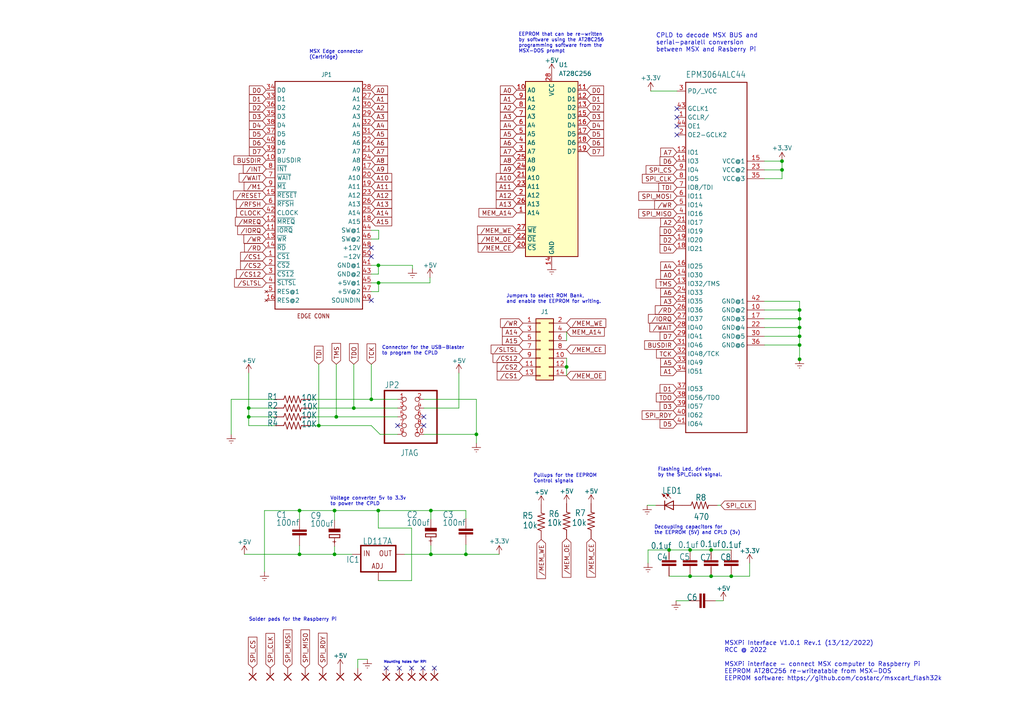
<source format=kicad_sch>
(kicad_sch (version 20211123) (generator eeschema)
  (paper "A4")
  (title_block (title "MSXPi") (date "2022-11-17") (rev "1.0.1") (company "RCC") (comment 1 "Interface to connect MSX computers to Raspberry Pi"))
  (lib_symbols
    (symbol "Connector_Generic:Conn_02x07_Odd_Even" (pin_names (offset 1.016) hide)
      (property "Reference" "J" (at 1.27 10.16 0))
      (property "Value" "Conn_02x07_Odd_Even" (at 1.27 -10.16 0))
      (symbol "Conn_02x07_Odd_Even_1_1"
        (pin passive line (at -5.08 7.62 0) (length 3.81) (name "Pin_1") (number "1"))
        (pin passive line (at 7.62 -2.54 180) (length 3.81) (name "Pin_10") (number "10"))
        (pin passive line (at -5.08 -5.08 0) (length 3.81) (name "Pin_11") (number "11"))
        (pin passive line (at 7.62 -5.08 180) (length 3.81) (name "Pin_12") (number "12"))
        (pin passive line (at -5.08 -7.62 0) (length 3.81) (name "Pin_13") (number "13"))
        (pin passive line (at 7.62 -7.62 180) (length 3.81) (name "Pin_14") (number "14"))
        (pin passive line (at 7.62 7.62 180) (length 3.81) (name "Pin_2") (number "2"))
        (pin passive line (at -5.08 5.08 0) (length 3.81) (name "Pin_3") (number "3"))
        (pin passive line (at 7.62 5.08 180) (length 3.81) (name "Pin_4") (number "4"))
        (pin passive line (at -5.08 2.54 0) (length 3.81) (name "Pin_5") (number "5"))
        (pin passive line (at 7.62 2.54 180) (length 3.81) (name "Pin_6") (number "6"))
        (pin passive line (at -5.08 0 0) (length 3.81) (name "Pin_7") (number "7"))
        (pin passive line (at 7.62 0 180) (length 3.81) (name "Pin_8") (number "8"))
        (pin passive line (at -5.08 -2.54 0) (length 3.81) (name "Pin_9") (number "9"))
      )
    )
    (symbol "Memory_EEPROM:28C256"
      (property "Reference" "U" (at -7.62 26.67 0))
      (property "Value" "28C256" (at 2.54 -26.67 0))
      (symbol "28C256_1_1"
        (pin input line (at -10.16 -12.7 0) (length 2.54) (name "A14") (number "1"))
        (pin input line (at -10.16 22.86 0) (length 2.54) (name "A0") (number "10"))
        (pin tri_state line (at 10.16 22.86 180) (length 2.54) (name "D0") (number "11"))
        (pin tri_state line (at 10.16 20.32 180) (length 2.54) (name "D1") (number "12"))
        (pin tri_state line (at 10.16 17.78 180) (length 2.54) (name "D2") (number "13"))
        (pin power_in line (at 0 -27.94 90) (length 2.54) (name "GND") (number "14"))
        (pin tri_state line (at 10.16 15.24 180) (length 2.54) (name "D3") (number "15"))
        (pin tri_state line (at 10.16 12.7 180) (length 2.54) (name "D4") (number "16"))
        (pin tri_state line (at 10.16 10.16 180) (length 2.54) (name "D5") (number "17"))
        (pin tri_state line (at 10.16 7.62 180) (length 2.54) (name "D6") (number "18"))
        (pin tri_state line (at 10.16 5.08 180) (length 2.54) (name "D7") (number "19"))
        (pin input line (at -10.16 -7.62 0) (length 2.54) (name "A12") (number "2"))
        (pin input line (at -10.16 -22.86 0) (length 2.54) (name "~{CS}") (number "20"))
        (pin input line (at -10.16 -2.54 0) (length 2.54) (name "A10") (number "21"))
        (pin input line (at -10.16 -20.32 0) (length 2.54) (name "~{OE}") (number "22"))
        (pin input line (at -10.16 -5.08 0) (length 2.54) (name "A11") (number "23"))
        (pin input line (at -10.16 0 0) (length 2.54) (name "A9") (number "24"))
        (pin input line (at -10.16 2.54 0) (length 2.54) (name "A8") (number "25"))
        (pin input line (at -10.16 -10.16 0) (length 2.54) (name "A13") (number "26"))
        (pin input line (at -10.16 -17.78 0) (length 2.54) (name "~{WE}") (number "27"))
        (pin power_in line (at 0 27.94 270) (length 2.54) (name "VCC") (number "28"))
        (pin input line (at -10.16 5.08 0) (length 2.54) (name "A7") (number "3"))
        (pin input line (at -10.16 7.62 0) (length 2.54) (name "A6") (number "4"))
        (pin input line (at -10.16 10.16 0) (length 2.54) (name "A5") (number "5"))
        (pin input line (at -10.16 12.7 0) (length 2.54) (name "A4") (number "6"))
        (pin input line (at -10.16 15.24 0) (length 2.54) (name "A3") (number "7"))
        (pin input line (at -10.16 17.78 0) (length 2.54) (name "A2") (number "8"))
        (pin input line (at -10.16 20.32 0) (length 2.54) (name "A1") (number "9"))
      )
    )
    (symbol "msxpi-eagle-import:2,15{slash}1,0"
      (property "Reference" "PAD" (at -1.143 1.8542 0))
      (property "Value" "2,15{slash}1,0" (at -1.143 -3.302 0))
      (symbol "2,15{slash}1,0_1_0"
        (pin passive line (at 2.54 0 180) (length 2.54) (name "P") (number "1"))
      )
    )
    (symbol "msxpi-eagle-import:C2,5-3"
      (property "Reference" "C" (at 1.524 0.381 0))
      (property "Value" "C2,5-3" (at 1.524 -4.699 0))
      (symbol "C2,5-3_1_0"
        (pin passive line (at 0 2.54 270) (length 2.54) (name "1") (number "1"))
        (pin passive line (at 0 -5.08 90) (length 2.54) (name "2") (number "2"))
      )
    )
    (symbol "msxpi-eagle-import:CPOL-EUE2.5-5"
      (property "Reference" "C" (at 1.143 0.4826 0))
      (property "Value" "CPOL-EUE2.5-5" (at 1.143 -4.5974 0))
      (symbol "CPOL-EUE2.5-5_1_0"
        (text "+" (at -0.5842 0.4064 900) (effects (font (size 1.27 1.0795)) (justify left bottom)))
        (pin passive line (at 0 2.54 270) (length 2.54) (name "+") (number "+"))
        (pin passive line (at 0 -5.08 90) (length 2.54) (name "-") (number "-"))
      )
    )
    (symbol "msxpi-eagle-import:EPM3064S44"
      (property "Reference" "IC" (at -10.16 52.07 0))
      (property "Value" "EPM3064S44" (at -10.16 -53.34 0))
      (symbol "EPM3064S44_1_0"
        (pin input line (at -12.7 40.64 0) (length 2.54) (name "GCLR/") (number "1"))
        (pin bidirectional line (at 12.7 -15.24 180) (length 5.08) (name "GND@2") (number "10"))
        (pin bidirectional line (at -12.7 27.94 0) (length 2.54) (name "IO3") (number "11"))
        (pin bidirectional line (at -12.7 30.48 0) (length 2.54) (name "IO1") (number "12"))
        (pin bidirectional line (at -12.7 -7.62 0) (length 2.54) (name "IO32/TMS") (number "13"))
        (pin bidirectional line (at -12.7 -5.08 0) (length 2.54) (name "IO30") (number "14"))
        (pin bidirectional line (at 12.7 27.94 180) (length 5.08) (name "VCC@1") (number "15"))
        (pin bidirectional line (at -12.7 -2.54 0) (length 2.54) (name "IO25") (number "16"))
        (pin bidirectional line (at 12.7 -17.78 180) (length 5.08) (name "GND@3") (number "17"))
        (pin bidirectional line (at -12.7 2.54 0) (length 2.54) (name "IO21") (number "18"))
        (pin bidirectional line (at -12.7 5.08 0) (length 2.54) (name "IO20") (number "19"))
        (pin input line (at -12.7 35.56 0) (length 2.54) (name "OE2-GCLK2") (number "2"))
        (pin bidirectional line (at -12.7 7.62 0) (length 2.54) (name "IO19") (number "20"))
        (pin bidirectional line (at -12.7 10.16 0) (length 2.54) (name "IO17") (number "21"))
        (pin bidirectional line (at 12.7 -20.32 180) (length 5.08) (name "GND@4") (number "22"))
        (pin bidirectional line (at 12.7 25.4 180) (length 5.08) (name "VCC@2") (number "23"))
        (pin bidirectional line (at -12.7 -10.16 0) (length 2.54) (name "IO33") (number "24"))
        (pin bidirectional line (at -12.7 -12.7 0) (length 2.54) (name "IO35") (number "25"))
        (pin bidirectional line (at -12.7 -15.24 0) (length 2.54) (name "IO36") (number "26"))
        (pin bidirectional line (at -12.7 -17.78 0) (length 2.54) (name "IO37") (number "27"))
        (pin bidirectional line (at -12.7 -20.32 0) (length 2.54) (name "IO40") (number "28"))
        (pin bidirectional line (at -12.7 -22.86 0) (length 2.54) (name "IO41") (number "29"))
        (pin passive line (at -12.7 48.26 0) (length 2.54) (name "PD/_VCC") (number "3"))
        (pin bidirectional line (at 12.7 -22.86 180) (length 5.08) (name "GND@5") (number "30"))
        (pin bidirectional line (at -12.7 -25.4 0) (length 2.54) (name "IO46") (number "31"))
        (pin bidirectional line (at -12.7 -27.94 0) (length 2.54) (name "IO48/TCK") (number "32"))
        (pin bidirectional line (at -12.7 -30.48 0) (length 2.54) (name "IO49") (number "33"))
        (pin bidirectional line (at -12.7 -33.02 0) (length 2.54) (name "IO51") (number "34"))
        (pin bidirectional line (at 12.7 22.86 180) (length 5.08) (name "VCC@3") (number "35"))
        (pin bidirectional line (at 12.7 -25.4 180) (length 5.08) (name "GND@6") (number "36"))
        (pin bidirectional line (at -12.7 -38.1 0) (length 2.54) (name "IO53") (number "37"))
        (pin bidirectional line (at -12.7 -40.64 0) (length 2.54) (name "IO56/TDO") (number "38"))
        (pin bidirectional line (at -12.7 -43.18 0) (length 2.54) (name "IO57") (number "39"))
        (pin bidirectional line (at -12.7 12.7 0) (length 2.54) (name "IO16") (number "4"))
        (pin bidirectional line (at -12.7 -45.72 0) (length 2.54) (name "IO62") (number "40"))
        (pin bidirectional line (at -12.7 -48.26 0) (length 2.54) (name "IO64") (number "41"))
        (pin bidirectional line (at 12.7 -12.7 180) (length 5.08) (name "GND@1") (number "42"))
        (pin input line (at -12.7 43.18 0) (length 2.54) (name "GCLK1") (number "43"))
        (pin input line (at -12.7 38.1 0) (length 2.54) (name "OE1") (number "44"))
        (pin bidirectional line (at -12.7 15.24 0) (length 2.54) (name "IO14") (number "5"))
        (pin bidirectional line (at -12.7 17.78 0) (length 2.54) (name "IO11") (number "6"))
        (pin bidirectional line (at -12.7 20.32 0) (length 2.54) (name "IO8/TDI") (number "7"))
        (pin bidirectional line (at -12.7 22.86 0) (length 2.54) (name "IO5") (number "8"))
        (pin bidirectional line (at -12.7 25.4 0) (length 2.54) (name "IO4") (number "9"))
      )
    )
    (symbol "msxpi-eagle-import:LD117A?V"
      (property "Reference" "IC" (at 2.54 -7.62 0))
      (property "Value" "LD117A?V" (at 2.54 -10.16 0))
      (symbol "LD117A?V_1_0"
        (text "ADJ" (at -2.032 -4.318 0) (effects (font (size 1.524 1.2954)) (justify left bottom)))
        (text "IN" (at -4.445 -0.635 0) (effects (font (size 1.524 1.2954)) (justify left bottom)))
        (text "OUT" (at 0.127 -0.635 0) (effects (font (size 1.524 1.2954)) (justify left bottom)))
        (pin input line (at 0 -7.62 90) (length 2.54) (name "ADJ") (number "1"))
        (pin passive line (at 7.62 0 180) (length 2.54) (name "OUT") (number "2"))
        (pin input line (at -7.62 0 0) (length 2.54) (name "IN") (number "3"))
      )
    )
    (symbol "msxpi-eagle-import:LED3MM"
      (property "Reference" "LED" (at 3.556 -4.572 90))
      (property "Value" "LED3MM" (at 5.715 -4.572 90))
      (symbol "LED3MM_1_0"
        (pin passive line (at 0 2.54 270) (length 2.54) (name "A") (number "A"))
        (pin passive line (at 0 -5.08 90) (length 2.54) (name "C") (number "K"))
      )
    )
    (symbol "msxpi-eagle-import:MSXCART1"
      (property "Reference" "JP" (at -3.81 34.29 0))
      (symbol "MSXCART1_1_0"
        (text "EDGE CONN" (at 6.35 -34.29 0) (effects (font (size 1.27 1.0795)) (justify right top)))
        (pin output line (at 15.24 -17.78 180) (length 2.54) (name "~{CS1}") (number "1"))
        (pin input line (at 15.24 10.16 180) (length 2.54) (name "BUSDIR") (number "10"))
        (pin output line (at 15.24 -10.16 180) (length 2.54) (name "~{IORQ}") (number "11"))
        (pin output line (at 15.24 -7.62 180) (length 2.54) (name "~{MREQ}") (number "12"))
        (pin output line (at 15.24 -12.7 180) (length 2.54) (name "~{WR}") (number "13"))
        (pin output line (at 15.24 -15.24 180) (length 2.54) (name "~{RD}") (number "14"))
        (pin output line (at 15.24 0 180) (length 2.54) (name "~{RESET}") (number "15"))
        (pin no_connect line (at 15.24 -30.48 180) (length 2.54) (name "RES@2") (number "16"))
        (pin output line (at -15.24 7.62 0) (length 2.54) (name "A9") (number "17"))
        (pin output line (at -15.24 -7.62 0) (length 2.54) (name "A15") (number "18"))
        (pin output line (at -15.24 2.54 0) (length 2.54) (name "A11") (number "19"))
        (pin output line (at 15.24 -20.32 180) (length 2.54) (name "~{CS2}") (number "2"))
        (pin output line (at -15.24 5.08 0) (length 2.54) (name "A10") (number "20"))
        (pin output line (at -15.24 12.7 0) (length 2.54) (name "A7") (number "21"))
        (pin output line (at -15.24 15.24 0) (length 2.54) (name "A6") (number "22"))
        (pin output line (at -15.24 0 0) (length 2.54) (name "A12") (number "23"))
        (pin output line (at -15.24 10.16 0) (length 2.54) (name "A8") (number "24"))
        (pin output line (at -15.24 -5.08 0) (length 2.54) (name "A14") (number "25"))
        (pin output line (at -15.24 -2.54 0) (length 2.54) (name "A13") (number "26"))
        (pin output line (at -15.24 27.94 0) (length 2.54) (name "A1") (number "27"))
        (pin output line (at -15.24 30.48 0) (length 2.54) (name "A0") (number "28"))
        (pin output line (at -15.24 22.86 0) (length 2.54) (name "A3") (number "29"))
        (pin output line (at 15.24 -22.86 180) (length 2.54) (name "~{CS12}") (number "3"))
        (pin output line (at -15.24 25.4 0) (length 2.54) (name "A2") (number "30"))
        (pin output line (at -15.24 17.78 0) (length 2.54) (name "A5") (number "31"))
        (pin output line (at -15.24 20.32 0) (length 2.54) (name "A4") (number "32"))
        (pin bidirectional line (at 15.24 27.94 180) (length 2.54) (name "D1") (number "33"))
        (pin bidirectional line (at 15.24 30.48 180) (length 2.54) (name "D0") (number "34"))
        (pin bidirectional line (at 15.24 22.86 180) (length 2.54) (name "D3") (number "35"))
        (pin bidirectional line (at 15.24 25.4 180) (length 2.54) (name "D2") (number "36"))
        (pin bidirectional line (at 15.24 17.78 180) (length 2.54) (name "D5") (number "37"))
        (pin bidirectional line (at 15.24 20.32 180) (length 2.54) (name "D4") (number "38"))
        (pin bidirectional line (at 15.24 12.7 180) (length 2.54) (name "D7") (number "39"))
        (pin output line (at 15.24 -25.4 180) (length 2.54) (name "~{SLTSL}") (number "4"))
        (pin bidirectional line (at 15.24 15.24 180) (length 2.54) (name "D6") (number "40"))
        (pin power_in line (at -15.24 -20.32 0) (length 2.54) (name "GND@1") (number "41"))
        (pin output line (at 15.24 -5.08 180) (length 2.54) (name "CLOCK") (number "42"))
        (pin power_in line (at -15.24 -22.86 0) (length 2.54) (name "GND@2") (number "43"))
        (pin passive line (at -15.24 -10.16 0) (length 2.54) (name "SW@1") (number "44"))
        (pin power_in line (at -15.24 -25.4 0) (length 2.54) (name "+5V@1") (number "45"))
        (pin passive line (at -15.24 -12.7 0) (length 2.54) (name "SW@2") (number "46"))
        (pin power_in line (at -15.24 -27.94 0) (length 2.54) (name "+5V@2") (number "47"))
        (pin power_in line (at -15.24 -15.24 0) (length 2.54) (name "+12V") (number "48"))
        (pin passive line (at -15.24 -30.48 0) (length 2.54) (name "SOUNDIN") (number "49"))
        (pin no_connect line (at 15.24 -27.94 180) (length 2.54) (name "RES@1") (number "5"))
        (pin power_in line (at -15.24 -17.78 0) (length 2.54) (name "-12V") (number "50"))
        (pin output line (at 15.24 -2.54 180) (length 2.54) (name "~{RFSH}") (number "6"))
        (pin open_collector line (at 15.24 5.08 180) (length 2.54) (name "~{WAIT}") (number "7"))
        (pin open_collector line (at 15.24 7.62 180) (length 2.54) (name "~{INT}") (number "8"))
        (pin output line (at 15.24 2.54 180) (length 2.54) (name "~{M1}") (number "9"))
      )
    )
    (symbol "msxpi-eagle-import:PINHD-2X5{slash}90"
      (property "Reference" "JP" (at -6.35 8.255 0))
      (property "Value" "PINHD-2X5{slash}90" (at -6.35 -10.16 0))
      (symbol "PINHD-2X5{slash}90_1_0"
        (pin passive inverted (at -2.54 5.08 0) (length 2.54) (name "1") (number "1"))
        (pin passive inverted (at 5.08 -5.08 180) (length 2.54) (name "10") (number "10"))
        (pin passive inverted (at 5.08 5.08 180) (length 2.54) (name "2") (number "2"))
        (pin passive inverted (at -2.54 2.54 0) (length 2.54) (name "3") (number "3"))
        (pin passive inverted (at 5.08 2.54 180) (length 2.54) (name "4") (number "4"))
        (pin passive inverted (at -2.54 0 0) (length 2.54) (name "5") (number "5"))
        (pin passive inverted (at 5.08 0 180) (length 2.54) (name "6") (number "6"))
        (pin passive inverted (at -2.54 -2.54 0) (length 2.54) (name "7") (number "7"))
        (pin passive inverted (at 5.08 -2.54 180) (length 2.54) (name "8") (number "8"))
        (pin passive inverted (at -2.54 -5.08 0) (length 2.54) (name "9") (number "9"))
      )
    )
    (symbol "msxpi-eagle-import:R-US_0207{slash}7"
      (property "Reference" "R" (at -3.81 1.4986 0))
      (property "Value" "R-US_0207{slash}7" (at -3.81 -3.302 0))
      (symbol "R-US_0207{slash}7_1_0"
        (pin passive line (at -5.08 0 0) (length 2.54) (name "1") (number "1"))
        (pin passive line (at 5.08 0 180) (length 2.54) (name "2") (number "2"))
      )
    )
    (symbol "power:+3.3V" (power) (pin_names (offset 0))
      (property "Value" "+3.3V" (at 0 3.556 0))
      (symbol "+3.3V_1_1"
        (pin power_in line (at 0 0 90) (length 0) hide (name "+3.3V") (number "1"))
      )
    )
    (symbol "power:+5V" (power) (pin_names (offset 0))
      (property "Value" "+5V" (at 0 3.556 0))
      (symbol "+5V_1_1"
        (pin power_in line (at 0 0 90) (length 0) hide (name "+5V") (number "1"))
      )
    )
    (symbol "power:GNDREF" (power) (pin_names (offset 0))
      (property "Value" "GNDREF" (at 0 -3.81 0))
      (symbol "GNDREF_1_1"
        (pin power_in line (at 0 0 270) (length 0) hide (name "GNDREF") (number "1"))
      )
    )
  )
  (junction (at 109.7969 82.042))
  (junction (at 109.7518 76.962))
  (junction (at 92.456 123.444))
  (junction (at 231.902 97.536))
  (junction (at 206.248 159.512))
  (junction (at 231.9019 104.1982))
  (junction (at 164.338 106.426))
  (junction (at 97.028 160.782))
  (junction (at 135.128 160.782))
  (junction (at 97.536 120.904))
  (junction (at 226.822 49.276))
  (junction (at 124.968 148.082))
  (junction (at 200.152 159.512))
  (junction (at 86.868 160.782))
  (junction (at 226.8081 46.736))
  (junction (at 231.902 89.916))
  (junction (at 200.152 167.132))
  (junction (at 231.902 92.456))
  (junction (at 138.176 125.984))
  (junction (at 72.136 118.364))
  (junction (at 72.136 120.904))
  (junction (at 194.056 159.512))
  (junction (at 107.696 115.824))
  (junction (at 102.616 118.364))
  (junction (at 206.248 167.132))
  (junction (at 231.902 94.996))
  (junction (at 124.968 160.782))
  (junction (at 86.868 148.082))
  (junction (at 109.728 148.082))
  (junction (at 231.902 100.076))
  (junction (at 212.09 167.132))
  (junction (at 97.028 148.082))
  (no_connect (at 196.342 39.116))
  (no_connect (at 196.342 36.576))
  (no_connect (at 196.342 34.036))
  (no_connect (at 196.342 31.496))
  (no_connect (at 112.014 193.802))
  (no_connect (at 107.696 87.122))
  (no_connect (at 107.696 74.422))
  (no_connect (at 107.696 71.882))
  (no_connect (at 122.936 120.904))
  (no_connect (at 122.936 123.444))
  (no_connect (at 115.316 123.444))
  (no_connect (at 119.38 193.802))
  (no_connect (at 122.682 193.802))
  (no_connect (at 115.824 193.802))
  (no_connect (at 125.984 193.802))
  (wire (pts (xy 109.7969 82.042) (xy 124.714 82.042)))
  (wire (pts (xy 76.708 148.082) (xy 76.708 165.862)))
  (wire (pts (xy 72.136 123.444) (xy 72.136 120.904)))
  (wire (pts (xy 119.38 168.402) (xy 109.728 168.402)))
  (wire (pts (xy 122.936 125.984) (xy 138.176 125.984)))
  (wire (pts (xy 231.902 100.076) (xy 231.902 104.1982)))
  (wire (pts (xy 124.968 150.622) (xy 124.968 148.082)))
  (wire (pts (xy 79.756 120.904) (xy 72.136 120.904)))
  (wire (pts (xy 221.742 89.916) (xy 231.902 89.916)))
  (wire (pts (xy 122.936 118.364) (xy 133.096 118.364)))
  (wire (pts (xy 107.696 123.444) (xy 92.456 123.444)))
  (wire (pts (xy 109.728 148.082) (xy 109.728 153.162)))
  (wire (pts (xy 124.968 160.782) (xy 135.128 160.782)))
  (wire (pts (xy 107.696 79.502) (xy 109.7518 79.502)))
  (wire (pts (xy 103.7649 193.7523) (xy 103.7649 191.2123)))
  (wire (pts (xy 200.152 167.132) (xy 206.248 167.132)))
  (wire (pts (xy 221.742 100.076) (xy 231.902 100.076)))
  (wire (pts (xy 190.246 146.558) (xy 187.706 146.558)))
  (wire (pts (xy 97.028 158.496) (xy 97.028 160.782)))
  (wire (pts (xy 86.868 150.622) (xy 86.868 148.082)))
  (wire (pts (xy 221.742 94.996) (xy 231.902 94.996)))
  (wire (pts (xy 107.696 115.824) (xy 89.916 115.824)))
  (wire (pts (xy 97.536 120.904) (xy 97.536 105.664)))
  (wire (pts (xy 138.176 115.824) (xy 138.176 125.984)))
  (wire (pts (xy 206.248 167.132) (xy 212.09 167.132)))
  (wire (pts (xy 72.136 120.904) (xy 72.136 118.364)))
  (wire (pts (xy 86.868 158.242) (xy 86.868 160.782)))
  (wire (pts (xy 164.338 96.266) (xy 164.338 98.806)))
  (wire (pts (xy 92.456 123.444) (xy 89.916 123.444)))
  (wire (pts (xy 79.756 118.364) (xy 72.136 118.364)))
  (wire (pts (xy 135.128 150.368) (xy 135.128 148.082)))
  (wire (pts (xy 124.714 82.042) (xy 124.714 80.518)))
  (wire (pts (xy 97.536 120.904) (xy 89.916 120.904)))
  (wire (pts (xy 109.7518 76.962) (xy 119.634 76.962)))
  (wire (pts (xy 138.176 125.984) (xy 138.176 128.524)))
  (wire (pts (xy 231.902 87.376) (xy 231.902 89.916)))
  (wire (pts (xy 102.616 118.364) (xy 89.916 118.364)))
  (wire (pts (xy 133.096 118.364) (xy 133.096 108.204)))
  (wire (pts (xy 67.056 115.824) (xy 67.056 125.984)))
  (wire (pts (xy 119.634 76.962) (xy 119.634 77.978)))
  (wire (pts (xy 117.348 160.782) (xy 124.968 160.782)))
  (wire (pts (xy 206.248 159.512) (xy 212.09 159.512)))
  (wire (pts (xy 79.756 123.444) (xy 72.136 123.444)))
  (wire (pts (xy 135.128 157.988) (xy 135.128 160.782)))
  (wire (pts (xy 109.7969 84.582) (xy 109.7969 82.042)))
  (wire (pts (xy 102.616 118.364) (xy 102.616 105.664)))
  (wire (pts (xy 107.696 115.824) (xy 107.696 105.664)))
  (wire (pts (xy 187.96 163.322) (xy 187.96 159.512)))
  (wire (pts (xy 135.128 160.782) (xy 144.78 160.782)))
  (wire (pts (xy 196.342 26.416) (xy 188.722 26.416)))
  (wire (pts (xy 107.696 76.962) (xy 109.7518 76.962)))
  (wire (pts (xy 86.868 160.782) (xy 97.028 160.782)))
  (wire (pts (xy 107.696 84.582) (xy 109.7969 84.582)))
  (wire (pts (xy 97.028 160.782) (xy 102.108 160.782)))
  (wire (pts (xy 115.316 120.904) (xy 97.536 120.904)))
  (wire (pts (xy 221.742 49.276) (xy 226.822 49.276)))
  (wire (pts (xy 119.38 153.162) (xy 119.38 168.402)))
  (wire (pts (xy 217.424 167.132) (xy 217.424 163.322)))
  (wire (pts (xy 200.152 159.512) (xy 206.248 159.512)))
  (wire (pts (xy 109.8424 66.802) (xy 109.8424 69.342)))
  (wire (pts (xy 124.968 148.082) (xy 109.728 148.082)))
  (wire (pts (xy 97.028 150.876) (xy 97.028 148.082)))
  (wire (pts (xy 212.09 167.132) (xy 217.424 167.132)))
  (wire (pts (xy 109.7518 79.502) (xy 109.7518 76.962)))
  (wire (pts (xy 115.316 125.984) (xy 110.236 125.984)))
  (wire (pts (xy 92.456 123.444) (xy 92.456 105.664)))
  (wire (pts (xy 226.8081 46.736) (xy 221.742 46.736)))
  (wire (pts (xy 107.696 66.802) (xy 109.8424 66.802)))
  (wire (pts (xy 107.696 82.042) (xy 109.7969 82.042)))
  (wire (pts (xy 124.968 158.242) (xy 124.968 160.782)))
  (wire (pts (xy 109.728 153.162) (xy 119.38 153.162)))
  (wire (pts (xy 164.338 106.426) (xy 164.338 108.966)))
  (wire (pts (xy 226.822 46.736) (xy 226.8081 46.736)))
  (wire (pts (xy 208.026 146.558) (xy 209.042 146.558)))
  (wire (pts (xy 122.936 115.824) (xy 138.176 115.824)))
  (wire (pts (xy 231.902 97.536) (xy 231.902 100.076)))
  (wire (pts (xy 70.866 160.782) (xy 86.868 160.782)))
  (wire (pts (xy 115.316 115.824) (xy 107.696 115.824)))
  (wire (pts (xy 164.338 103.886) (xy 164.338 106.426)))
  (wire (pts (xy 226.822 51.816) (xy 226.822 49.276)))
  (wire (pts (xy 72.136 118.364) (xy 72.136 108.204)))
  (wire (pts (xy 86.868 148.082) (xy 97.028 148.082)))
  (wire (pts (xy 221.742 97.536) (xy 231.902 97.536)))
  (wire (pts (xy 97.028 148.082) (xy 109.728 148.082)))
  (wire (pts (xy 221.742 87.376) (xy 231.902 87.376)))
  (wire (pts (xy 221.742 92.456) (xy 231.902 92.456)))
  (wire (pts (xy 109.8424 69.342) (xy 107.696 69.342)))
  (wire (pts (xy 231.902 94.996) (xy 231.902 97.536)))
  (wire (pts (xy 207.518 174.244) (xy 209.804 174.244)))
  (wire (pts (xy 196.088 174.244) (xy 199.898 174.244)))
  (wire (pts (xy 231.902 92.456) (xy 231.902 94.996)))
  (wire (pts (xy 231.902 104.1982) (xy 231.9019 104.1982)))
  (wire (pts (xy 221.742 51.816) (xy 226.822 51.816)))
  (wire (pts (xy 135.128 148.082) (xy 124.968 148.082)))
  (wire (pts (xy 194.056 167.132) (xy 200.152 167.132)))
  (wire (pts (xy 79.756 115.824) (xy 67.056 115.824)))
  (wire (pts (xy 226.822 49.276) (xy 226.822 46.736)))
  (wire (pts (xy 110.236 125.984) (xy 107.696 123.444)))
  (wire (pts (xy 86.868 148.082) (xy 76.708 148.082)))
  (wire (pts (xy 103.7649 191.2123) (xy 106.5589 191.2123)))
  (wire (pts (xy 115.316 118.364) (xy 102.616 118.364)))
  (wire (pts (xy 187.96 159.512) (xy 194.056 159.512)))
  (wire (pts (xy 231.902 89.916) (xy 231.902 92.456)))
  (wire (pts (xy 194.056 159.512) (xy 200.152 159.512)))
  (text "Decoupling capacitors for\nthe EEPROM (5V) and CPLD (3v)" (at 189.738 155.194 0) (effects (font (size 1 1)) (justify left bottom)))
  (text "Flashing Led, driven \nby the SPI_Clock signal." (at 190.754 138.43 0) (effects (font (size 1 1)) (justify left bottom)))
  (text "Jumpers to select ROM Bank,\nand enable the EEPROM for writing." (at 146.812 88.138 0) (effects (font (size 1 1)) (justify left bottom)))
  (text "EEPROM that can be re-written \nby software using the AT28C256 \nprogramming software from the \nMSX-DOS prompt" (at 150.368 15.494 0) (effects (font (size 1 1)) (justify left bottom)))
  (text "Pullups for the EEPROM\nControl signals" (at 154.686 140.208 0) (effects (font (size 1 1)) (justify left bottom)))
  (text "Solder pads for the Raspberry Pi" (at 72.136 180.34 0) (effects (font (size 1 1)) (justify left bottom)))
  (text "MSXPi Interface V1.0.1 Rev.1 (13/12/2022)\nRCC @ 2022\n\nMSXPi interface - connect MSX computer to Raspberry Pi\nEEPROM AT28C256 re-writeatable from MSX-DOS\nEEPROM software: https://github.com/costarc/msxcart_flash32k\n" (at 210.058 197.612 0) (effects (font (size 1.27 1.27)) (justify left bottom)))
  (text "MSX Edge connector\n(Cartridge)" (at 89.662 17.272 0) (effects (font (size 1 1)) (justify left bottom)))
  (text "Connector for the USB-Blaster\nto program the CPLD" (at 110.744 103.124 0) (effects (font (size 1 1)) (justify left bottom)))
  (text "Voltage converter 5v to 3.3v\nto power the CPLD" (at 95.758 146.812 0) (effects (font (size 1 1)) (justify left bottom)))
  (text "Mounting holes for RPI" (at 111.252 192.532 0) (effects (font (size 0.7 0.7)) (justify left bottom)))
  (text "CPLD to decode MSX BUS and\nserial-paralell conversion\nbetween MSX and Rasberry Pi" (at 190.246 15.24 0) (effects (font (size 1.27 1.27)) (justify left bottom)))
  (global_label "SPI_CS" (shape input) (at 196.342 49.276 180) (property "Intersheet References" "${INTERSHEET_REFS}" (effects hide)))
  (global_label "TMS" (shape input) (at 196.342 82.296 180) (property "Intersheet References" "${INTERSHEET_REFS}" (effects hide)))
  (global_label "A11" (shape input) (at 107.696 54.102 0) (property "Intersheet References" "${INTERSHEET_REFS}" (effects hide)))
  (global_label "D6" (shape input) (at 196.342 46.736 180) (property "Intersheet References" "${INTERSHEET_REFS}" (effects hide)))
  (global_label "{slash}RD" (shape input) (at 196.342 89.916 180) (property "Intersheet References" "${INTERSHEET_REFS}" (effects hide)))
  (global_label "A6" (shape input) (at 107.696 41.402 0) (property "Intersheet References" "${INTERSHEET_REFS}" (effects hide)))
  (global_label "D5" (shape input) (at 170.18 38.862 0) (property "Intersheet References" "${INTERSHEET_REFS}" (effects hide)))
  (global_label "D4" (shape input) (at 170.18 36.322 0) (property "Intersheet References" "${INTERSHEET_REFS}" (effects hide)))
  (global_label "{slash}CS1" (shape input) (at 77.216 74.422 180) (property "Intersheet References" "${INTERSHEET_REFS}" (effects hide)))
  (global_label "A0" (shape input) (at 196.342 79.756 180) (property "Intersheet References" "${INTERSHEET_REFS}" (effects hide)))
  (global_label "A2" (shape input) (at 196.342 64.516 180) (property "Intersheet References" "${INTERSHEET_REFS}" (effects hide)))
  (global_label "A8" (shape input) (at 149.86 46.482 180) (property "Intersheet References" "${INTERSHEET_REFS}" (effects hide)))
  (global_label "{slash}WR" (shape input) (at 196.342 59.436 180) (property "Intersheet References" "${INTERSHEET_REFS}" (effects hide)))
  (global_label "D3" (shape input) (at 77.216 33.782 180) (property "Intersheet References" "${INTERSHEET_REFS}" (effects hide)))
  (global_label "A7" (shape input) (at 149.86 43.942 180) (property "Intersheet References" "${INTERSHEET_REFS}" (effects hide)))
  (global_label "D3" (shape input) (at 196.342 117.856 180) (property "Intersheet References" "${INTERSHEET_REFS}" (effects hide)))
  (global_label "D1" (shape input) (at 77.216 28.702 180) (property "Intersheet References" "${INTERSHEET_REFS}" (effects hide)))
  (global_label "SPI_MISO" (shape input) (at 196.342 61.976 180) (property "Intersheet References" "${INTERSHEET_REFS}" (effects hide)))
  (global_label "TDO" (shape input) (at 102.616 105.664 90) (property "Intersheet References" "${INTERSHEET_REFS}" (effects hide)))
  (global_label "SPI_CS" (shape input) (at 73.2849 193.7523 90) (property "Intersheet References" "${INTERSHEET_REFS}" (effects hide)))
  (global_label "D2" (shape input) (at 196.342 69.596 180) (property "Intersheet References" "${INTERSHEET_REFS}" (effects hide)))
  (global_label "A10" (shape input) (at 107.696 51.562 0) (property "Intersheet References" "${INTERSHEET_REFS}" (effects hide)))
  (global_label "{slash}RD" (shape input) (at 77.216 71.882 180) (property "Intersheet References" "${INTERSHEET_REFS}" (effects hide)))
  (global_label "{slash}MEM_OE" (shape input) (at 164.338 108.966 0) (property "Intersheet References" "${INTERSHEET_REFS}" (effects hide)))
  (global_label "A14" (shape input) (at 107.696 61.722 0) (property "Intersheet References" "${INTERSHEET_REFS}" (effects hide)))
  (global_label "{slash}WR" (shape input) (at 77.216 69.342 180) (property "Intersheet References" "${INTERSHEET_REFS}" (effects hide)))
  (global_label "A9" (shape input) (at 107.696 49.022 0) (property "Intersheet References" "${INTERSHEET_REFS}" (effects hide)))
  (global_label "D4" (shape input) (at 196.342 72.136 180) (property "Intersheet References" "${INTERSHEET_REFS}" (effects hide)))
  (global_label "A0" (shape input) (at 149.86 26.162 180) (property "Intersheet References" "${INTERSHEET_REFS}" (effects hide)))
  (global_label "A12" (shape input) (at 107.696 56.642 0) (property "Intersheet References" "${INTERSHEET_REFS}" (effects hide)))
  (global_label "{slash}RESET" (shape input) (at 77.216 56.642 180) (property "Intersheet References" "${INTERSHEET_REFS}" (effects hide)))
  (global_label "D7" (shape input) (at 170.18 43.942 0) (property "Intersheet References" "${INTERSHEET_REFS}" (effects hide)))
  (global_label "A1" (shape input) (at 149.86 28.702 180) (property "Intersheet References" "${INTERSHEET_REFS}" (effects hide)))
  (global_label "TDI" (shape input) (at 196.342 54.356 180) (property "Intersheet References" "${INTERSHEET_REFS}" (effects hide)))
  (global_label "D3" (shape input) (at 170.18 33.782 0) (property "Intersheet References" "${INTERSHEET_REFS}" (effects hide)))
  (global_label "SPI_CLK" (shape input) (at 78.3649 193.7523 90) (property "Intersheet References" "${INTERSHEET_REFS}" (effects hide)))
  (global_label "{slash}CS2" (shape input) (at 77.216 76.962 180) (property "Intersheet References" "${INTERSHEET_REFS}" (effects hide)))
  (global_label "A7" (shape input) (at 196.342 44.196 180) (property "Intersheet References" "${INTERSHEET_REFS}" (effects hide)))
  (global_label "TDI" (shape input) (at 92.456 105.664 90) (property "Intersheet References" "${INTERSHEET_REFS}" (effects hide)))
  (global_label "A3" (shape input) (at 149.86 33.782 180) (property "Intersheet References" "${INTERSHEET_REFS}" (effects hide)))
  (global_label "A8" (shape input) (at 107.696 46.482 0) (property "Intersheet References" "${INTERSHEET_REFS}" (effects hide)))
  (global_label "A0" (shape input) (at 107.696 26.162 0) (property "Intersheet References" "${INTERSHEET_REFS}" (effects hide)))
  (global_label "TCK" (shape input) (at 196.342 102.616 180) (property "Intersheet References" "${INTERSHEET_REFS}" (effects hide)))
  (global_label "{slash}WAIT" (shape input) (at 196.342 94.996 180) (property "Intersheet References" "${INTERSHEET_REFS}" (effects hide)))
  (global_label "D7" (shape input) (at 196.342 97.536 180) (property "Intersheet References" "${INTERSHEET_REFS}" (effects hide)))
  (global_label "A2" (shape input) (at 149.86 31.242 180) (property "Intersheet References" "${INTERSHEET_REFS}" (effects hide)))
  (global_label "D1" (shape input) (at 196.342 112.776 180) (property "Intersheet References" "${INTERSHEET_REFS}" (effects hide)))
  (global_label "A13" (shape input) (at 149.86 59.182 180) (property "Intersheet References" "${INTERSHEET_REFS}" (effects hide)))
  (global_label "A1" (shape input) (at 196.342 107.696 180) (property "Intersheet References" "${INTERSHEET_REFS}" (effects hide)))
  (global_label "A7" (shape input) (at 107.696 43.942 0) (property "Intersheet References" "${INTERSHEET_REFS}" (effects hide)))
  (global_label "SPI_CLK" (shape input) (at 209.042 146.558 0) (property "Intersheet References" "${INTERSHEET_REFS}" (effects hide)))
  (global_label "SPI_RDY" (shape input) (at 93.6049 193.7523 90) (property "Intersheet References" "${INTERSHEET_REFS}" (effects hide)))
  (global_label "D4" (shape input) (at 77.216 36.322 180) (property "Intersheet References" "${INTERSHEET_REFS}" (effects hide)))
  (global_label "D5" (shape input) (at 77.216 38.862 180) (property "Intersheet References" "${INTERSHEET_REFS}" (effects hide)))
  (global_label "{slash}MEM_CE" (shape input) (at 149.86 71.882 180) (property "Intersheet References" "${INTERSHEET_REFS}" (effects hide)))
  (global_label "SPI_MISO" (shape input) (at 88.5249 193.7523 90) (property "Intersheet References" "${INTERSHEET_REFS}" (effects hide)))
  (global_label "SPI_CLK" (shape input) (at 196.342 51.816 180) (property "Intersheet References" "${INTERSHEET_REFS}" (effects hide)))
  (global_label "A10" (shape input) (at 149.86 51.562 180) (property "Intersheet References" "${INTERSHEET_REFS}" (effects hide)))
  (global_label "CLOCK" (shape input) (at 77.216 61.722 180) (property "Intersheet References" "${INTERSHEET_REFS}" (effects hide)))
  (global_label "BUSDIR" (shape input) (at 77.216 46.482 180) (property "Intersheet References" "${INTERSHEET_REFS}" (effects hide)))
  (global_label "{slash}MEM_WE" (shape input) (at 156.972 156.464 270) (property "Intersheet References" "${INTERSHEET_REFS}" (effects hide)))
  (global_label "SPI_MOSI" (shape input) (at 196.342 56.896 180) (property "Intersheet References" "${INTERSHEET_REFS}" (effects hide)))
  (global_label "{slash}CS1" (shape input) (at 151.638 108.966 180) (property "Intersheet References" "${INTERSHEET_REFS}" (effects hide)))
  (global_label "A5" (shape input) (at 149.86 38.862 180) (property "Intersheet References" "${INTERSHEET_REFS}" (effects hide)))
  (global_label "{slash}MEM_WE" (shape input) (at 164.338 93.726 0) (property "Intersheet References" "${INTERSHEET_REFS}" (effects hide)))
  (global_label "SPI_RDY" (shape input) (at 196.342 120.396 180) (property "Intersheet References" "${INTERSHEET_REFS}" (effects hide)))
  (global_label "D2" (shape input) (at 170.18 31.242 0) (property "Intersheet References" "${INTERSHEET_REFS}" (effects hide)))
  (global_label "MEM_A14" (shape input) (at 149.86 61.722 180) (property "Intersheet References" "${INTERSHEET_REFS}" (effects hide)))
  (global_label "TCK" (shape input) (at 107.696 105.664 90) (property "Intersheet References" "${INTERSHEET_REFS}" (effects hide)))
  (global_label "A4" (shape input) (at 107.696 36.322 0) (property "Intersheet References" "${INTERSHEET_REFS}" (effects hide)))
  (global_label "BUSDIR" (shape input) (at 196.342 100.076 180) (property "Intersheet References" "${INTERSHEET_REFS}" (effects hide)))
  (global_label "D0" (shape input) (at 77.216 26.162 180) (property "Intersheet References" "${INTERSHEET_REFS}" (effects hide)))
  (global_label "A15" (shape input) (at 107.696 64.262 0) (property "Intersheet References" "${INTERSHEET_REFS}" (effects hide)))
  (global_label "{slash}MEM_OE" (shape input) (at 164.338 156.21 270) (property "Intersheet References" "${INTERSHEET_REFS}" (effects hide)))
  (global_label "{slash}CS2" (shape input) (at 151.638 106.426 180) (property "Intersheet References" "${INTERSHEET_REFS}" (effects hide)))
  (global_label "{slash}RFSH" (shape input) (at 77.216 59.182 180) (property "Intersheet References" "${INTERSHEET_REFS}" (effects hide)))
  (global_label "{slash}INT" (shape input) (at 77.216 49.022 180) (property "Intersheet References" "${INTERSHEET_REFS}" (effects hide)))
  (global_label "TDO" (shape input) (at 196.342 115.316 180) (property "Intersheet References" "${INTERSHEET_REFS}" (effects hide)))
  (global_label "{slash}MEM_CE" (shape input) (at 171.45 156.21 270) (property "Intersheet References" "${INTERSHEET_REFS}" (effects hide)))
  (global_label "A5" (shape input) (at 107.696 38.862 0) (property "Intersheet References" "${INTERSHEET_REFS}" (effects hide)))
  (global_label "{slash}SLTSL" (shape input) (at 77.216 82.042 180) (property "Intersheet References" "${INTERSHEET_REFS}" (effects hide)))
  (global_label "{slash}WAIT" (shape input) (at 77.216 51.562 180) (property "Intersheet References" "${INTERSHEET_REFS}" (effects hide)))
  (global_label "{slash}MEM_OE" (shape input) (at 149.86 69.342 180) (property "Intersheet References" "${INTERSHEET_REFS}" (effects hide)))
  (global_label "MEM_A14" (shape input) (at 164.338 96.266 0) (property "Intersheet References" "${INTERSHEET_REFS}" (effects hide)))
  (global_label "A4" (shape input) (at 196.342 77.216 180) (property "Intersheet References" "${INTERSHEET_REFS}" (effects hide)))
  (global_label "A6" (shape input) (at 196.342 84.836 180) (property "Intersheet References" "${INTERSHEET_REFS}" (effects hide)))
  (global_label "D6" (shape input) (at 77.216 41.402 180) (property "Intersheet References" "${INTERSHEET_REFS}" (effects hide)))
  (global_label "D1" (shape input) (at 170.18 28.702 0) (property "Intersheet References" "${INTERSHEET_REFS}" (effects hide)))
  (global_label "A1" (shape input) (at 107.696 28.702 0) (property "Intersheet References" "${INTERSHEET_REFS}" (effects hide)))
  (global_label "A13" (shape input) (at 107.696 59.182 0) (property "Intersheet References" "${INTERSHEET_REFS}" (effects hide)))
  (global_label "A15" (shape input) (at 151.638 98.806 180) (property "Intersheet References" "${INTERSHEET_REFS}" (effects hide)))
  (global_label "A11" (shape input) (at 149.86 54.102 180) (property "Intersheet References" "${INTERSHEET_REFS}" (effects hide)))
  (global_label "D0" (shape input) (at 170.18 26.162 0) (property "Intersheet References" "${INTERSHEET_REFS}" (effects hide)))
  (global_label "{slash}IORQ" (shape input) (at 196.342 92.456 180) (property "Intersheet References" "${INTERSHEET_REFS}" (effects hide)))
  (global_label "D2" (shape input) (at 77.216 31.242 180) (property "Intersheet References" "${INTERSHEET_REFS}" (effects hide)))
  (global_label "A4" (shape input) (at 149.86 36.322 180) (property "Intersheet References" "${INTERSHEET_REFS}" (effects hide)))
  (global_label "{slash}SLTSL" (shape input) (at 151.638 101.346 180) (property "Intersheet References" "${INTERSHEET_REFS}" (effects hide)))
  (global_label "A3" (shape input) (at 196.342 87.376 180) (property "Intersheet References" "${INTERSHEET_REFS}" (effects hide)))
  (global_label "D7" (shape input) (at 77.216 43.942 180) (property "Intersheet References" "${INTERSHEET_REFS}" (effects hide)))
  (global_label "SPI_MOSI" (shape input) (at 83.4449 193.7523 90) (property "Intersheet References" "${INTERSHEET_REFS}" (effects hide)))
  (global_label "A6" (shape input) (at 149.86 41.402 180) (property "Intersheet References" "${INTERSHEET_REFS}" (effects hide)))
  (global_label "D6" (shape input) (at 170.18 41.402 0) (property "Intersheet References" "${INTERSHEET_REFS}" (effects hide)))
  (global_label "{slash}CS12" (shape input) (at 151.638 103.886 180) (property "Intersheet References" "${INTERSHEET_REFS}" (effects hide)))
  (global_label "TMS" (shape input) (at 97.536 105.664 90) (property "Intersheet References" "${INTERSHEET_REFS}" (effects hide)))
  (global_label "A12" (shape input) (at 149.86 56.642 180) (property "Intersheet References" "${INTERSHEET_REFS}" (effects hide)))
  (global_label "A3" (shape input) (at 107.696 33.782 0) (property "Intersheet References" "${INTERSHEET_REFS}" (effects hide)))
  (global_label "A2" (shape input) (at 107.696 31.242 0) (property "Intersheet References" "${INTERSHEET_REFS}" (effects hide)))
  (global_label "D0" (shape input) (at 196.342 67.056 180) (property "Intersheet References" "${INTERSHEET_REFS}" (effects hide)))
  (global_label "{slash}IORQ" (shape input) (at 77.216 66.802 180) (property "Intersheet References" "${INTERSHEET_REFS}" (effects hide)))
  (global_label "{slash}MEM_WE" (shape input) (at 149.86 66.802 180) (property "Intersheet References" "${INTERSHEET_REFS}" (effects hide)))
  (global_label "A14" (shape input) (at 151.638 96.266 180) (property "Intersheet References" "${INTERSHEET_REFS}" (effects hide)))
  (global_label "A9" (shape input) (at 149.86 49.022 180) (property "Intersheet References" "${INTERSHEET_REFS}" (effects hide)))
  (global_label "{slash}M1" (shape input) (at 77.216 54.102 180) (property "Intersheet References" "${INTERSHEET_REFS}" (effects hide)))
  (global_label "{slash}CS12" (shape input) (at 77.216 79.502 180) (property "Intersheet References" "${INTERSHEET_REFS}" (effects hide)))
  (global_label "{slash}WR" (shape input) (at 151.638 93.726 180) (property "Intersheet References" "${INTERSHEET_REFS}" (effects hide)))
  (global_label "{slash}MEM_CE" (shape input) (at 164.338 101.346 0) (property "Intersheet References" "${INTERSHEET_REFS}" (effects hide)))
  (global_label "{slash}MREQ" (shape input) (at 77.216 64.262 180) (property "Intersheet References" "${INTERSHEET_REFS}" (effects hide)))
  (global_label "A5" (shape input) (at 196.342 105.156 180) (property "Intersheet References" "${INTERSHEET_REFS}" (effects hide)))
  (global_label "D5" (shape input) (at 196.342 122.936 180) (property "Intersheet References" "${INTERSHEET_REFS}" (effects hide)))
  (symbol (lib_id "msxpi-eagle-import:LED3MM") (at 195.326 146.558 270) (unit 1)
    (property "Reference" "LED1" (at 192.024 143.256 90) (effects (font (size 1.778 1.5113)) (justify left bottom)))
    (property "Value" "LED3MM" (effects hide))
    (property "Footprint" "msxpi:LED3MM" (effects hide))
  )
  (symbol (lib_id "msxpi-eagle-import:R-US_0207{slash}7") (at 202.946 146.558 0) (unit 1)
    (property "Reference" "R8" (at 201.676 145.288 0) (effects (font (size 1.778 1.5113)) (justify left bottom)))
    (property "Value" "470" (at 201.168 150.876 0) (effects (font (size 1.778 1.5113)) (justify left bottom)))
    (property "Footprint" "msxpi:0207_7" (effects hide))
  )
  (symbol (lib_id "power:+5V") (at 156.972 146.304 0) (unit 1)
    (property "Reference" "#PWR012" (effects hide))
    (property "Value" "+5V" (at 156.972 142.748 0))
  )
  (symbol (lib_id "msxpi-eagle-import:C2,5-3") (at 86.868 155.702 180) (unit 1)
    (property "Reference" "C1" (at 83.312 148.336 0) (effects (font (size 1.778 1.5113)) (justify left bottom)))
    (property "Value" "100nf" (at 86.868 150.622 0) (effects (font (size 1.778 1.5113)) (justify left bottom)))
    (property "Footprint" "msxpi:C2.5-3" (effects hide))
  )
  (symbol (lib_id "power:+3.3V") (at 226.8081 46.736 0) (unit 1)
    (property "Reference" "#PWR0101" (effects hide))
    (property "Value" "+3.3V" (at 226.8081 42.926 0))
  )
  (symbol (lib_id "power:GNDREF") (at 76.708 165.862 0) (unit 1)
    (property "Reference" "#PWR04" (effects hide))
    (property "Value" "GNDREF" (effects hide))
  )
  (symbol (lib_id "Memory_EEPROM:28C256") (at 160.02 49.022 0) (unit 1)
    (property "Reference" "U1" (at 162.0394 18.796 0) (effects (justify left)))
    (property "Value" "AT28C256" (at 162.0394 21.336 0) (effects (justify left)))
    (property "Footprint" "Package_DIP:DIP-28_W15.24mm" (effects hide))
    (property "Datasheet" "http://ww1.microchip.com/downloads/en/DeviceDoc/doc0006.pdf" (effects hide))
  )
  (symbol (lib_id "power:+3.3V") (at 217.424 163.322 0) (unit 1)
    (property "Reference" "#PWR022" (effects hide))
    (property "Value" "+3.3V" (at 217.424 159.766 0))
  )
  (symbol (lib_id "power:+5V") (at 164.338 146.05 0) (unit 1)
    (property "Reference" "#PWR015" (effects hide))
    (property "Value" "+5V" (at 164.338 142.494 0))
  )
  (symbol (lib_id "msxpi-eagle-import:2,15{slash}1,0") (at 125.984 196.342 90) (unit 1)
    (property "Reference" "MOUNTHOLE5" (effects hide))
    (property "Value" "2,15{slash}1,0" (effects hide))
    (property "Footprint" "msxpi:2,15_1,0" (effects hide))
  )
  (symbol (lib_id "power:+3.3V") (at 144.78 160.782 0) (unit 1)
    (property "Reference" "#PWR011" (effects hide))
    (property "Value" "+3.3V" (at 144.78 156.972 0))
  )
  (symbol (lib_id "msxpi-eagle-import:R-US_0207{slash}7") (at 164.338 151.13 90) (unit 1)
    (property "Reference" "R6" (at 162.306 148.082 90) (effects (font (size 1.778 1.5113)) (justify left bottom)))
    (property "Value" "10k" (at 163.068 150.622 90) (effects (font (size 1.778 1.5113)) (justify left bottom)))
    (property "Footprint" "msxpi:0207_7" (effects hide))
  )
  (symbol (lib_id "Connector_Generic:Conn_02x07_Odd_Even") (at 156.718 101.346 0) (unit 1)
    (property "Reference" "J1" (at 157.988 90.424 0))
    (property "Value" "ROM_SWITCH" (effects hide))
    (property "Footprint" "Connector_PinHeader_2.54mm:PinHeader_2x07_P2.54mm_Vertical" (effects hide))
  )
  (symbol (lib_id "power:+5V") (at 171.45 146.05 0) (unit 1)
    (property "Reference" "#PWR016" (effects hide))
    (property "Value" "+5V" (at 171.45 142.494 0))
  )
  (symbol (lib_id "msxpi-eagle-import:2,15{slash}1,0") (at 98.6849 196.2923 90) (unit 1)
    (property "Reference" "+5V1" (effects hide))
    (property "Value" "2,15{slash}1,0" (effects hide))
    (property "Footprint" "msxpi:2,15_1,0" (effects hide))
  )
  (symbol (lib_id "msxpi-eagle-import:R-US_0207{slash}7") (at 84.836 115.824 0) (unit 1)
    (property "Reference" "R1" (at 77.47 116.078 0) (effects (font (size 1.778 1.5113)) (justify left bottom)))
    (property "Value" "10K" (at 87.376 116.332 0) (effects (font (size 1.778 1.5113)) (justify left bottom)))
    (property "Footprint" "msxpi:0207_7" (effects hide))
  )
  (symbol (lib_id "msxpi-eagle-import:EPM3064S44") (at 209.042 74.676 0) (unit 1)
    (property "Reference" "EPM3064ALC44" (at 198.882 22.606 0) (effects (font (size 1.778 1.5113)) (justify left bottom)))
    (property "Value" "EPM3064ALC44" (effects hide))
    (property "Footprint" "msxpi:PLCC-S44" (effects hide))
  )
  (symbol (lib_id "msxpi-eagle-import:C2,5-3") (at 212.09 162.052 0) (unit 1)
    (property "Reference" "C8" (at 208.8764 162.5952 0) (effects (font (size 1.778 1.5113)) (justify left bottom)))
    (property "Value" "0.1uf" (at 209.042 159.004 0) (effects (font (size 1.778 1.5113)) (justify left bottom)))
    (property "Footprint" "msxpi:C2.5-3" (effects hide))
  )
  (symbol (lib_id "msxpi-eagle-import:2,15{slash}1,0") (at 119.38 196.342 90) (unit 1)
    (property "Reference" "MOUNTHOLE3" (effects hide))
    (property "Value" "2,15{slash}1,0" (effects hide))
    (property "Footprint" "msxpi:2,15_1,0" (effects hide))
  )
  (symbol (lib_id "msxpi-eagle-import:C2,5-3") (at 206.248 162.052 0) (unit 1)
    (property "Reference" "C7" (at 203.0137 162.6854 0) (effects (font (size 1.778 1.5113)) (justify left bottom)))
    (property "Value" "0.1uf" (at 202.946 158.75 0) (effects (font (size 1.778 1.5113)) (justify left bottom)))
    (property "Footprint" "msxpi:C2.5-3" (effects hide))
  )
  (symbol (lib_id "msxpi-eagle-import:2,15{slash}1,0") (at 93.6049 196.2923 90) (unit 1)
    (property "Reference" "SPI_RDY_PI_GPIO1" (effects hide))
    (property "Value" "SPI_RDY" (effects hide))
    (property "Footprint" "msxpi:2,15_1,0" (effects hide))
  )
  (symbol (lib_id "msxpi-eagle-import:C2,5-3") (at 194.056 162.052 0) (unit 1)
    (property "Reference" "C4" (at 190.5 162.56 0) (effects (font (size 1.778 1.5113)) (justify left bottom)))
    (property "Value" "0.1uf" (at 188.722 159.258 0) (effects (font (size 1.778 1.5113)) (justify left bottom)))
    (property "Footprint" "msxpi:C2.5-3" (effects hide))
  )
  (symbol (lib_id "msxpi-eagle-import:PINHD-2X5{slash}90") (at 117.856 120.904 0) (unit 1)
    (property "Reference" "JP2" (at 111.506 112.649 0) (effects (font (size 1.778 1.5113)) (justify left bottom)))
    (property "Value" "JTAG" (at 116.078 132.334 0) (effects (font (size 1.778 1.5113)) (justify left bottom)))
    (property "Footprint" "Connector_IDC:IDC-Header_2x05_P2.54mm_Horizontal" (effects hide))
  )
  (symbol (lib_id "msxpi-eagle-import:R-US_0207{slash}7") (at 156.972 151.384 90) (unit 1)
    (property "Reference" "R5" (at 154.686 148.59 90) (effects (font (size 1.778 1.5113)) (justify left bottom)))
    (property "Value" "10k" (at 155.956 151.384 90) (effects (font (size 1.778 1.5113)) (justify left bottom)))
    (property "Footprint" "msxpi:0207_7" (effects hide))
  )
  (symbol (lib_id "msxpi-eagle-import:LD117A?V") (at 109.728 160.782 0) (unit 1)
    (property "Reference" "IC1" (at 102.362 162.306 0) (effects (font (size 1.778 1.5113))))
    (property "Value" "LD117A" (at 109.474 156.972 0) (effects (font (size 1.778 1.5113))))
    (property "Footprint" "Package_TO_SOT_SMD:SOT-223-3_TabPin2" (effects hide))
  )
  (symbol (lib_id "power:+5V") (at 209.804 174.244 0) (unit 1)
    (property "Reference" "#PWR021" (effects hide))
    (property "Value" "+5V" (at 209.804 170.688 0))
  )
  (symbol (lib_id "msxpi-eagle-import:2,15{slash}1,0") (at 88.5249 196.2923 90) (unit 1)
    (property "Reference" "SPI_MISO_PI_GPIO1" (effects hide))
    (property "Value" "SPI_MISO" (effects hide))
    (property "Footprint" "msxpi:2,15_1,0" (effects hide))
  )
  (symbol (lib_id "power:GNDREF") (at 119.634 77.978 0) (unit 1)
    (property "Reference" "#PWR07" (effects hide))
    (property "Value" "GNDREF" (effects hide))
  )
  (symbol (lib_id "msxpi-eagle-import:2,15{slash}1,0") (at 73.2849 196.2923 90) (unit 1)
    (property "Reference" "SPI_CS_PI_GPIO1" (effects hide))
    (property "Value" "SPI_CS" (effects hide))
    (property "Footprint" "msxpi:2,15_1,0" (effects hide))
  )
  (symbol (lib_id "power:+3.3V") (at 188.722 26.416 0) (unit 1)
    (property "Reference" "#PWR0102" (effects hide))
    (property "Value" "+3.3V" (at 188.722 22.606 0))
  )
  (symbol (lib_id "msxpi-eagle-import:C2,5-3") (at 200.152 162.052 0) (unit 1)
    (property "Reference" "C5" (at 196.9706 162.505 0) (effects (font (size 1.778 1.5113)) (justify left bottom)))
    (property "Value" "0.1uf" (at 196.596 159.004 0) (effects (font (size 1.778 1.5113)) (justify left bottom)))
    (property "Footprint" "msxpi:C2.5-3" (effects hide))
  )
  (symbol (lib_id "msxpi-eagle-import:R-US_0207{slash}7") (at 84.836 120.904 0) (unit 1)
    (property "Reference" "R3" (at 77.47 121.412 0) (effects (font (size 1.778 1.5113)) (justify left bottom)))
    (property "Value" "10K" (at 87.376 121.412 0) (effects (font (size 1.778 1.5113)) (justify left bottom)))
    (property "Footprint" "msxpi:0207_7" (effects hide))
  )
  (symbol (lib_id "power:+5V") (at 160.02 21.082 0) (unit 1)
    (property "Reference" "#PWR013" (effects hide))
    (property "Value" "+5V" (at 160.02 17.526 0))
  )
  (symbol (lib_id "msxpi-eagle-import:CPOL-EUE2.5-5") (at 124.968 155.702 180) (unit 1)
    (property "Reference" "C2" (at 121.158 148.336 0) (effects (font (size 1.778 1.5113)) (justify left bottom)))
    (property "Value" "100uf" (at 124.714 150.622 0) (effects (font (size 1.778 1.5113)) (justify left bottom)))
    (property "Footprint" "msxpi:E2,5-5" (effects hide))
  )
  (symbol (lib_id "msxpi-eagle-import:2,15{slash}1,0") (at 78.3649 196.2923 90) (unit 1)
    (property "Reference" "SPI_CLK_PI_GPIO1" (effects hide))
    (property "Value" "SPI_CLK" (effects hide))
    (property "Footprint" "msxpi:2,15_1,0" (effects hide))
  )
  (symbol (lib_id "msxpi-eagle-import:R-US_0207{slash}7") (at 171.45 151.13 90) (unit 1)
    (property "Reference" "R7" (at 169.926 147.828 90) (effects (font (size 1.778 1.5113)) (justify left bottom)))
    (property "Value" "10k" (at 170.18 150.622 90) (effects (font (size 1.778 1.5113)) (justify left bottom)))
    (property "Footprint" "msxpi:0207_7" (effects hide))
  )
  (symbol (lib_id "power:GNDREF") (at 67.056 125.984 0) (unit 1)
    (property "Reference" "#PWR01" (effects hide))
    (property "Value" "GNDREF" (effects hide))
  )
  (symbol (lib_id "power:+5V") (at 98.6849 193.7523 0) (unit 1)
    (property "Reference" "#PWR05" (effects hide))
    (property "Value" "+5V" (at 98.6849 190.1963 0))
  )
  (symbol (lib_id "msxpi-eagle-import:C2,5-3") (at 204.978 174.244 270) (unit 1)
    (property "Reference" "C6" (at 199.136 174.244 90) (effects (font (size 1.778 1.5113)) (justify left bottom)))
    (property "Value" "0.1uf" (effects hide))
    (property "Footprint" "msxpi:C2.5-3" (effects hide))
  )
  (symbol (lib_id "msxpi-eagle-import:2,15{slash}1,0") (at 83.4449 196.2923 90) (unit 1)
    (property "Reference" "SPI_MOSI_PI_GPIO1" (effects hide))
    (property "Value" "SPI_MOSI" (effects hide))
    (property "Footprint" "msxpi:2,15_1,0" (effects hide))
  )
  (symbol (lib_id "msxpi-eagle-import:2,15{slash}1,0") (at 115.824 196.342 90) (unit 1)
    (property "Reference" "MOUNTHOLE2" (effects hide))
    (property "Value" "2,15{slash}1,0" (effects hide))
    (property "Footprint" "msxpi:2,15_1,0" (effects hide))
  )
  (symbol (lib_id "msxpi-eagle-import:R-US_0207{slash}7") (at 84.836 118.364 0) (unit 1)
    (property "Reference" "R2" (at 77.47 118.618 0) (effects (font (size 1.778 1.5113)) (justify left bottom)))
    (property "Value" "10K" (at 87.63 118.872 0) (effects (font (size 1.778 1.5113)) (justify left bottom)))
    (property "Footprint" "msxpi:0207_7" (effects hide))
  )
  (symbol (lib_id "power:GNDREF") (at 106.5589 191.2123 0) (unit 1)
    (property "Reference" "#PWR06" (effects hide))
    (property "Value" "GNDREF" (effects hide))
  )
  (symbol (lib_id "power:GNDREF") (at 138.176 128.524 0) (unit 1)
    (property "Reference" "#PWR010" (effects hide))
    (property "Value" "GNDREF" (effects hide))
  )
  (symbol (lib_id "power:+5V") (at 70.866 160.782 0) (unit 1)
    (property "Reference" "#PWR02" (effects hide))
    (property "Value" "+5V" (at 70.866 157.226 0))
  )
  (symbol (lib_id "msxpi-eagle-import:2,15{slash}1,0") (at 122.682 196.342 90) (unit 1)
    (property "Reference" "MOUNTHOLE4" (effects hide))
    (property "Value" "2,15{slash}1,0" (effects hide))
    (property "Footprint" "msxpi:2,15_1,0" (effects hide))
  )
  (symbol (lib_id "power:+5V") (at 133.096 108.204 0) (unit 1)
    (property "Reference" "#PWR09" (effects hide))
    (property "Value" "+5V" (at 133.096 104.648 0))
  )
  (symbol (lib_id "msxpi-eagle-import:CPOL-EUE2.5-5") (at 97.028 155.956 180) (unit 1)
    (property "Reference" "C9" (at 93.218 148.59 0) (effects (font (size 1.778 1.5113)) (justify left bottom)))
    (property "Value" "100uf" (at 96.774 150.876 0) (effects (font (size 1.778 1.5113)) (justify left bottom)))
    (property "Footprint" "msxpi:E2,5-5" (effects hide))
  )
  (symbol (lib_id "power:GNDREF") (at 187.706 146.558 0) (unit 1)
    (property "Reference" "#PWR017" (effects hide))
    (property "Value" "GNDREF" (effects hide))
  )
  (symbol (lib_id "power:+5V") (at 124.714 80.518 0) (unit 1)
    (property "Reference" "#PWR08" (effects hide))
    (property "Value" "+5V" (at 124.714 76.962 0))
  )
  (symbol (lib_id "msxpi-eagle-import:C2,5-3") (at 135.128 155.448 180) (unit 1)
    (property "Reference" "C3" (at 131.572 148.336 0) (effects (font (size 1.778 1.5113)) (justify left bottom)))
    (property "Value" "100nf" (at 135.128 150.622 0) (effects (font (size 1.778 1.5113)) (justify left bottom)))
    (property "Footprint" "msxpi:C2.5-3" (effects hide))
  )
  (symbol (lib_id "msxpi-eagle-import:R-US_0207{slash}7") (at 84.836 123.444 0) (unit 1)
    (property "Reference" "R4" (at 77.47 123.698 0) (effects (font (size 1.778 1.5113)) (justify left bottom)))
    (property "Value" "10K" (at 87.376 123.952 0) (effects (font (size 1.778 1.5113)) (justify left bottom)))
    (property "Footprint" "msxpi:0207_7" (effects hide))
  )
  (symbol (lib_id "msxpi-eagle-import:MSXCART1") (at 92.456 56.642 0) (mirror y) (unit 1)
    (property "Reference" "JP1" (at 96.266 22.352 0) (effects (font (size 1.27 1.0795)) (justify left bottom)))
    (property "Value" "MSXCART1" (effects hide))
    (property "Footprint" "Roni Footprints:MSX_CART" (effects hide))
  )
  (symbol (lib_id "msxpi-eagle-import:2,15{slash}1,0") (at 112.014 196.342 90) (unit 1)
    (property "Reference" "MOUNTHOLE1" (effects hide))
    (property "Value" "2,15{slash}1,0" (effects hide))
    (property "Footprint" "msxpi:2,15_1,0" (effects hide))
  )
  (symbol (lib_id "power:GNDREF") (at 187.96 163.322 0) (unit 1)
    (property "Reference" "#PWR018" (effects hide))
    (property "Value" "GNDREF" (effects hide))
  )
  (symbol (lib_id "power:GNDREF") (at 231.9019 104.1982 0) (unit 1)
    (property "Reference" "#PWR024" (effects hide))
    (property "Value" "GNDREF" (effects hide))
  )
  (symbol (lib_id "power:GNDREF") (at 160.02 76.962 0) (unit 1)
    (property "Reference" "#PWR014" (effects hide))
    (property "Value" "GNDREF" (effects hide))
  )
  (symbol (lib_id "power:+5V") (at 72.136 108.204 0) (unit 1)
    (property "Reference" "#PWR03" (effects hide))
    (property "Value" "+5V" (at 72.136 104.648 0))
  )
  (symbol (lib_id "msxpi-eagle-import:2,15{slash}1,0") (at 103.7649 196.2923 90) (unit 1)
    (property "Reference" "GND5" (effects hide))
    (property "Value" "2,15{slash}1,0" (effects hide))
    (property "Footprint" "msxpi:2,15_1,0" (effects hide))
  )
  (symbol (lib_id "power:GNDREF") (at 196.088 174.244 0) (unit 1)
    (property "Reference" "#PWR020" (effects hide))
    (property "Value" "GNDREF" (effects hide))
  )
)
</source>
